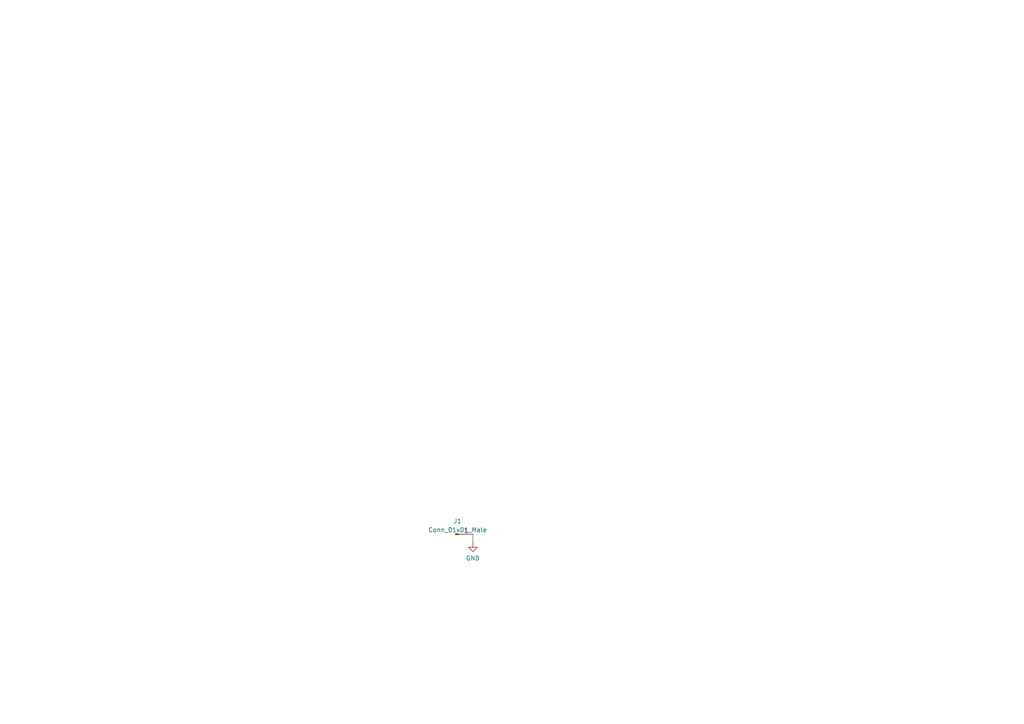
<source format=kicad_sch>
(kicad_sch (version 20211123) (generator eeschema)
  (paper "A4")
  (lib_symbols
    (symbol "Connector:Conn_01x01_Male" (pin_names (offset 1.016) hide)
      (property "Reference" "J" (at 0 2.54 0))
      (property "Value" "Conn_01x01_Male" (at 0 -2.54 0))
      (symbol "Conn_01x01_Male_1_1"
        (polyline (pts (xy 1.27 0) (xy 0.8636 0)) (stroke (width 0.1524)))
        (rectangle (start 0.8636 0.127) (end 0 -0.127) (stroke (width 0.1524)) (fill (type outline)))
        (pin passive line (at 5.08 0 180) (length 3.81) (name "Pin_1") (number "1"))
      )
    )
    (symbol "power:GND" (power) (pin_names (offset 0))
      (property "Value" "GND" (at 0 -3.81 0))
      (symbol "GND_0_1"
        (polyline (pts (xy 0 0) (xy 0 -1.27) (xy 1.27 -1.27) (xy 0 -2.54) (xy -1.27 -1.27) (xy 0 -1.27)))
      )
      (symbol "GND_1_1"
        (pin power_in line (at 0 0 270) (length 0) hide (name "GND") (number "1"))
      )
    )
  )
  (wire (pts (xy 137.16 154.94) (xy 137.16 157.48)))
  (symbol (lib_id "Connector:Conn_01x01_Male") (at 132.08 154.94 0) (unit 1)
    (property "Reference" "J1" (at 132.715 151.164 0))
    (property "Value" "Conn_01x01_Male" (at 132.715 153.7009 0))
    (property "Footprint" "TestPoint:TestPoint_Pad_1.0x1.0mm" (effects hide))
  )
  (symbol (lib_id "power:GND") (at 137.16 157.48 0) (unit 1)
    (property "Reference" "#PWR0101" (effects hide))
    (property "Value" "GND" (at 137.16 161.9234 0))
  )
)
</source>
